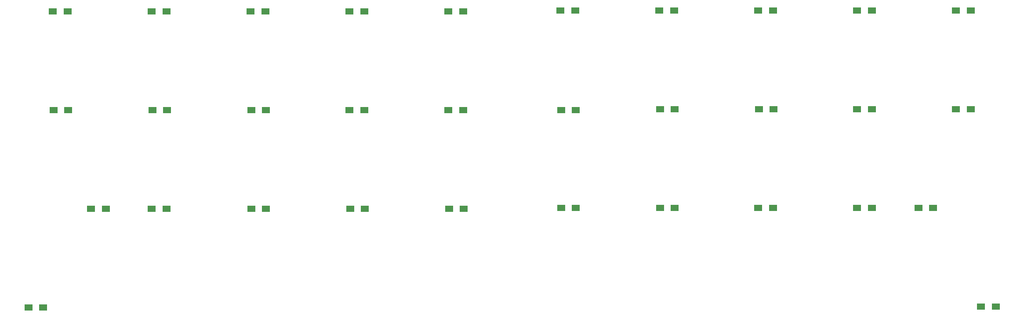
<source format=gbr>
G04 #@! TF.GenerationSoftware,KiCad,Pcbnew,(5.1.4)-1*
G04 #@! TF.CreationDate,2020-11-18T14:17:53-05:00*
G04 #@! TF.ProjectId,splitty,73706c69-7474-4792-9e6b-696361645f70,rev?*
G04 #@! TF.SameCoordinates,Original*
G04 #@! TF.FileFunction,Paste,Top*
G04 #@! TF.FilePolarity,Positive*
%FSLAX46Y46*%
G04 Gerber Fmt 4.6, Leading zero omitted, Abs format (unit mm)*
G04 Created by KiCad (PCBNEW (5.1.4)-1) date 2020-11-18 14:17:53*
%MOMM*%
%LPD*%
G04 APERTURE LIST*
%ADD10R,1.600000X1.200000*%
G04 APERTURE END LIST*
D10*
X56137000Y-129286000D03*
X53337000Y-129286000D03*
X155826000Y-72009000D03*
X158626000Y-72009000D03*
X175003000Y-110109000D03*
X177803000Y-110109000D03*
X236852000Y-129159000D03*
X239652000Y-129159000D03*
X224787000Y-110109000D03*
X227587000Y-110109000D03*
X232026000Y-91059000D03*
X234826000Y-91059000D03*
X232026000Y-72009000D03*
X234826000Y-72009000D03*
X212976000Y-110109000D03*
X215776000Y-110109000D03*
X212976000Y-91059000D03*
X215776000Y-91059000D03*
X212976000Y-72009000D03*
X215776000Y-72009000D03*
X193926000Y-110109000D03*
X196726000Y-110109000D03*
X194053000Y-91059000D03*
X196853000Y-91059000D03*
X193926000Y-72009000D03*
X196726000Y-72009000D03*
X175003000Y-91059000D03*
X177803000Y-91059000D03*
X174876000Y-72009000D03*
X177676000Y-72009000D03*
X155953000Y-110109000D03*
X158753000Y-110109000D03*
X155953000Y-91186000D03*
X158753000Y-91186000D03*
X134363000Y-110236000D03*
X137163000Y-110236000D03*
X134236000Y-91186000D03*
X137036000Y-91186000D03*
X134236000Y-72136000D03*
X137036000Y-72136000D03*
X115313000Y-110236000D03*
X118113000Y-110236000D03*
X115186000Y-91186000D03*
X117986000Y-91186000D03*
X115186000Y-72136000D03*
X117986000Y-72136000D03*
X96263000Y-110236000D03*
X99063000Y-110236000D03*
X96263000Y-91186000D03*
X99063000Y-91186000D03*
X96136000Y-72136000D03*
X98936000Y-72136000D03*
X77086000Y-110236000D03*
X79886000Y-110236000D03*
X77213000Y-91186000D03*
X80013000Y-91186000D03*
X77086000Y-72136000D03*
X79886000Y-72136000D03*
X65402000Y-110236000D03*
X68202000Y-110236000D03*
X58163000Y-91186000D03*
X60963000Y-91186000D03*
X58036000Y-72136000D03*
X60836000Y-72136000D03*
M02*

</source>
